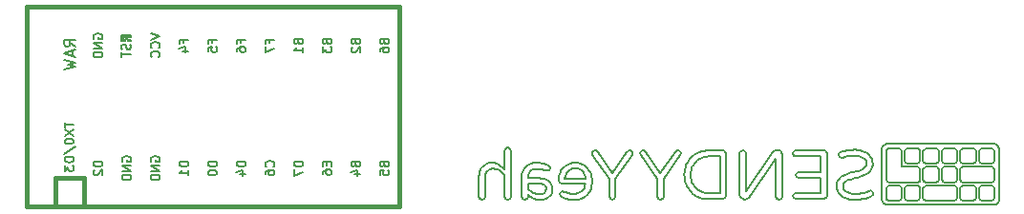
<source format=gbr>
%TF.GenerationSoftware,KiCad,Pcbnew,(5.1.7)-1*%
%TF.CreationDate,2020-11-07T14:05:26+07:00*%
%TF.ProjectId,pix,7069782e-6b69-4636-9164-5f7063625858,rev?*%
%TF.SameCoordinates,Original*%
%TF.FileFunction,Legend,Bot*%
%TF.FilePolarity,Positive*%
%FSLAX46Y46*%
G04 Gerber Fmt 4.6, Leading zero omitted, Abs format (unit mm)*
G04 Created by KiCad (PCBNEW (5.1.7)-1) date 2020-11-07 14:05:26*
%MOMM*%
%LPD*%
G01*
G04 APERTURE LIST*
%ADD10C,0.200000*%
%ADD11C,0.381000*%
%ADD12C,0.150000*%
G04 APERTURE END LIST*
D10*
X106349191Y-55485189D02*
X106537249Y-55414396D01*
X106537249Y-55414396D02*
X106547463Y-55404643D01*
X107792850Y-55516155D02*
X108008218Y-55497748D01*
X108008218Y-55497748D02*
X108211317Y-55442530D01*
X108211317Y-55442530D02*
X108300917Y-55404628D01*
X111572381Y-53105928D02*
X111663703Y-53288418D01*
X111663703Y-53288418D02*
X111713513Y-53485913D01*
X111713513Y-53485913D02*
X111727278Y-53613995D01*
X106150920Y-55404643D02*
X106334621Y-55484874D01*
X106334621Y-55484874D02*
X106349191Y-55485189D01*
X110816473Y-52709388D02*
X111025588Y-52734171D01*
X111025588Y-52734171D02*
X111218819Y-52802422D01*
X111218819Y-52802422D02*
X111231605Y-52808522D01*
X108431032Y-52455367D02*
X108232882Y-52379563D01*
X108232882Y-52379563D02*
X108033426Y-52319443D01*
X108033426Y-52319443D02*
X107832662Y-52275007D01*
X107832662Y-52275007D02*
X107630591Y-52246253D01*
X107630591Y-52246253D02*
X107427214Y-52233184D01*
X107427214Y-52233184D02*
X107359131Y-52232313D01*
X108802789Y-54586762D02*
X108780328Y-54369128D01*
X108780328Y-54369128D02*
X108712948Y-54174729D01*
X108712948Y-54174729D02*
X108600646Y-54003566D01*
X108600646Y-54003566D02*
X108443425Y-53855637D01*
X108282329Y-52913855D02*
X108362875Y-52926259D01*
X106628009Y-53533449D02*
X106644182Y-53321558D01*
X106644182Y-53321558D02*
X106700091Y-53128660D01*
X106700091Y-53128660D02*
X106819896Y-52956286D01*
X106819896Y-52956286D02*
X106832476Y-52944832D01*
X108592128Y-52690815D02*
X108508905Y-52501547D01*
X108508905Y-52501547D02*
X108431032Y-52455367D01*
X107377718Y-53583018D02*
X106628009Y-53583018D01*
X107458268Y-52765152D02*
X107668106Y-52773320D01*
X107668106Y-52773320D02*
X107867925Y-52800040D01*
X107867925Y-52800040D02*
X107879591Y-52802328D01*
X107359131Y-52232313D02*
X107153890Y-52243155D01*
X107153890Y-52243155D02*
X106943361Y-52281275D01*
X106943361Y-52281275D02*
X106754397Y-52346840D01*
X106754397Y-52346840D02*
X106640402Y-52405799D01*
X111727278Y-53613995D02*
X109899473Y-53613995D01*
X106064179Y-55206371D02*
X106140416Y-55394429D01*
X106140416Y-55394429D02*
X106150920Y-55404643D01*
X106206683Y-52858106D02*
X106125550Y-53051389D01*
X106125550Y-53051389D02*
X106078095Y-53256388D01*
X106078095Y-53256388D02*
X106064179Y-53452917D01*
X106640402Y-52405799D02*
X106470255Y-52524515D01*
X106470255Y-52524515D02*
X106319434Y-52678864D01*
X106319434Y-52678864D02*
X106206683Y-52858106D01*
X111231605Y-52808522D02*
X111408316Y-52920158D01*
X111408316Y-52920158D02*
X111546223Y-53068570D01*
X111546223Y-53068570D02*
X111572381Y-53105928D01*
X108523971Y-52858106D02*
X108592128Y-52690815D01*
X108362875Y-52926259D02*
X108523971Y-52858106D01*
X108300917Y-55404628D02*
X108471843Y-55297651D01*
X108471843Y-55297651D02*
X108621612Y-55145848D01*
X108621612Y-55145848D02*
X108666479Y-55082436D01*
X108443425Y-53855637D02*
X108267481Y-53749411D01*
X108267481Y-53749411D02*
X108059516Y-53669276D01*
X108059516Y-53669276D02*
X107855775Y-53621355D01*
X107855775Y-53621355D02*
X107628509Y-53592602D01*
X107628509Y-53592602D02*
X107421150Y-53583284D01*
X107421150Y-53583284D02*
X107377718Y-53583018D01*
X110692556Y-55516166D02*
X110692556Y-55516166D01*
X106832476Y-52944832D02*
X107013417Y-52835339D01*
X107013417Y-52835339D02*
X107213455Y-52782698D01*
X107213455Y-52782698D02*
X107431771Y-52765327D01*
X107431771Y-52765327D02*
X107458268Y-52765152D01*
X106547463Y-55404643D02*
X106627694Y-55220940D01*
X106627694Y-55220940D02*
X106628009Y-55206371D01*
X106628009Y-53583018D02*
X106628009Y-53533449D01*
X107879591Y-52802328D02*
X108082745Y-52852318D01*
X108082745Y-52852318D02*
X108282329Y-52913855D01*
X108666479Y-55082436D02*
X108754734Y-54896014D01*
X108754734Y-54896014D02*
X108797996Y-54689140D01*
X108797996Y-54689140D02*
X108802789Y-54586762D01*
X102290853Y-55206357D02*
X102367093Y-55394414D01*
X102367093Y-55394414D02*
X102377598Y-55404628D01*
X107582185Y-55020478D02*
X107582185Y-55020478D01*
X102377598Y-55404628D02*
X102561296Y-55484860D01*
X102561296Y-55484860D02*
X102575866Y-55485175D01*
X102811314Y-52393395D02*
X102651307Y-52518056D01*
X102651307Y-52518056D02*
X102520586Y-52670540D01*
X102520586Y-52670540D02*
X102427163Y-52833305D01*
X105116209Y-55206357D02*
X105116209Y-51185183D01*
X107792850Y-55516170D02*
X107792850Y-55516170D01*
X104639119Y-50986912D02*
X104552716Y-51170612D01*
X104552716Y-51170612D02*
X104552378Y-51185183D01*
X104552378Y-53347570D02*
X104552378Y-55206357D01*
X106628009Y-55206371D02*
X106628009Y-55045275D01*
X102774138Y-55404628D02*
X102854369Y-55220926D01*
X102854369Y-55220926D02*
X102854684Y-55206357D01*
X102575866Y-55485175D02*
X102763924Y-55414381D01*
X102763924Y-55414381D02*
X102774138Y-55404628D01*
X107055530Y-54890363D02*
X106876330Y-54779417D01*
X106876330Y-54779417D02*
X106719786Y-54651044D01*
X106719786Y-54651044D02*
X106628009Y-54555781D01*
X108090256Y-54884168D02*
X107901470Y-54982007D01*
X107901470Y-54982007D02*
X107687709Y-55017150D01*
X107687709Y-55017150D02*
X107582185Y-55020478D01*
X102854684Y-55206357D02*
X102854684Y-53508666D01*
X102427163Y-52833305D02*
X102349556Y-53031581D01*
X102349556Y-53031581D02*
X102304164Y-53243036D01*
X102304164Y-53243036D02*
X102290853Y-53446704D01*
X105116209Y-51185183D02*
X105045413Y-50997125D01*
X105045413Y-50997125D02*
X105035659Y-50986912D01*
X107582185Y-55020478D02*
X107380333Y-55002180D01*
X107380333Y-55002180D02*
X107183709Y-54947288D01*
X107183709Y-54947288D02*
X107055530Y-54890363D01*
X104837391Y-55485175D02*
X105025445Y-55414381D01*
X105025445Y-55414381D02*
X105035659Y-55404628D01*
X104552378Y-55206357D02*
X104628615Y-55394414D01*
X104628615Y-55394414D02*
X104639119Y-55404628D01*
X106628009Y-54035321D02*
X107303367Y-54035321D01*
X103536240Y-52752759D02*
X103741905Y-52771794D01*
X103741905Y-52771794D02*
X103949566Y-52835981D01*
X103949566Y-52835981D02*
X104093876Y-52913855D01*
X103399930Y-52232298D02*
X103196019Y-52248030D01*
X103196019Y-52248030D02*
X102992684Y-52301676D01*
X102992684Y-52301676D02*
X102811314Y-52393395D01*
X102290853Y-53446704D02*
X102290853Y-55206357D01*
X104837391Y-50900167D02*
X104649332Y-50976407D01*
X104649332Y-50976407D02*
X104639119Y-50986912D01*
X108238959Y-54524800D02*
X108201783Y-54726169D01*
X108201783Y-54726169D02*
X108090256Y-54884168D01*
X106628009Y-55045275D02*
X106777341Y-55180933D01*
X106777341Y-55180933D02*
X106972514Y-55313372D01*
X106972514Y-55313372D02*
X107185113Y-55412701D01*
X107185113Y-55412701D02*
X107415138Y-55478921D01*
X107415138Y-55478921D02*
X107620137Y-55508812D01*
X107620137Y-55508812D02*
X107792850Y-55516170D01*
X104837391Y-55485175D02*
X104837391Y-55485175D01*
X105035659Y-55404628D02*
X105115894Y-55220926D01*
X105115894Y-55220926D02*
X105116209Y-55206357D01*
X106628009Y-54555781D02*
X106628009Y-54035321D01*
X104552378Y-52802328D02*
X104401592Y-52649970D01*
X104401592Y-52649970D02*
X104243546Y-52518184D01*
X104243546Y-52518184D02*
X104061309Y-52396980D01*
X104061309Y-52396980D02*
X104044307Y-52387196D01*
X107303367Y-54035321D02*
X107522646Y-54042969D01*
X107522646Y-54042969D02*
X107755630Y-54074039D01*
X107755630Y-54074039D02*
X107974910Y-54142872D01*
X107974910Y-54142872D02*
X108147592Y-54266676D01*
X108147592Y-54266676D02*
X108235304Y-54465527D01*
X108235304Y-54465527D02*
X108238959Y-54524800D01*
X104639119Y-55404628D02*
X104822820Y-55484860D01*
X104822820Y-55484860D02*
X104837391Y-55485175D01*
X106064179Y-53452917D02*
X106064179Y-55206371D01*
X104093876Y-52913855D02*
X104257076Y-53037784D01*
X104257076Y-53037784D02*
X104414420Y-53188072D01*
X104414420Y-53188072D02*
X104552378Y-53347570D01*
X104552378Y-51185183D02*
X104552378Y-52802328D01*
X104044307Y-52387196D02*
X103845166Y-52299007D01*
X103845166Y-52299007D02*
X103643799Y-52250601D01*
X103643799Y-52250601D02*
X103423068Y-52232449D01*
X103423068Y-52232449D02*
X103399930Y-52232298D01*
X105035659Y-50986912D02*
X104851960Y-50900505D01*
X104851960Y-50900505D02*
X104837391Y-50900167D01*
X102854684Y-53508666D02*
X102871323Y-53290899D01*
X102871323Y-53290899D02*
X102935219Y-53078300D01*
X102935219Y-53078300D02*
X103070332Y-52897444D01*
X103070332Y-52897444D02*
X103270672Y-52788930D01*
X103270672Y-52788930D02*
X103494308Y-52753497D01*
X103494308Y-52753497D02*
X103536240Y-52752759D01*
X128357199Y-51284317D02*
X125971756Y-54729267D01*
X125494669Y-51185183D02*
X125408263Y-51368881D01*
X125408263Y-51368881D02*
X125407925Y-51383452D01*
X128778524Y-51098439D02*
X128697976Y-51098439D01*
X133053723Y-51216161D02*
X132870023Y-51129758D01*
X132870023Y-51129758D02*
X132855453Y-51129420D01*
X125692938Y-51098439D02*
X125504882Y-51174678D01*
X125504882Y-51174678D02*
X125494669Y-51185183D01*
X125891210Y-51185183D02*
X125707508Y-51098777D01*
X125707508Y-51098777D02*
X125692938Y-51098439D01*
X125971756Y-51383452D02*
X125900963Y-51195396D01*
X125900963Y-51195396D02*
X125891210Y-51185183D01*
X130184996Y-51209966D02*
X130104449Y-51395845D01*
X130184996Y-51581723D02*
X130370875Y-51656075D01*
X128697976Y-51098439D02*
X128503051Y-51150898D01*
X128503051Y-51150898D02*
X128357199Y-51284317D01*
X129181261Y-55206357D02*
X129181261Y-51507372D01*
X130184996Y-55379842D02*
X130370875Y-55454194D01*
X129063538Y-51222359D02*
X128887679Y-51113081D01*
X128887679Y-51113081D02*
X128778524Y-51098439D01*
X129181261Y-51507372D02*
X129130561Y-51309150D01*
X129130561Y-51309150D02*
X129063538Y-51222359D01*
X130370875Y-55454194D02*
X132855453Y-55454194D01*
X129100713Y-55404628D02*
X129180946Y-55220926D01*
X129180946Y-55220926D02*
X129181261Y-55206357D01*
X128902443Y-55485175D02*
X129090499Y-55414381D01*
X129090499Y-55414381D02*
X129100713Y-55404628D01*
X132570439Y-53552037D02*
X132570439Y-54927539D01*
X130370875Y-54927539D02*
X130184996Y-55008085D01*
X132570439Y-53025382D02*
X130593929Y-53025382D01*
X130104449Y-55193963D02*
X130184996Y-55379842D01*
X130327503Y-53291807D02*
X130408051Y-53477685D01*
X130370875Y-51129420D02*
X130184996Y-51209966D01*
X133053723Y-55373647D02*
X133133956Y-55189946D01*
X133133956Y-55189946D02*
X133134271Y-55175376D01*
X139470156Y-54212732D02*
X139470156Y-54212732D01*
X134757606Y-55361258D02*
X134968570Y-55436136D01*
X134968570Y-55436136D02*
X135170907Y-55482123D01*
X135170907Y-55482123D02*
X135387184Y-55508746D01*
X135387184Y-55508746D02*
X135587863Y-55516159D01*
X134001699Y-54307948D02*
X134021061Y-54518149D01*
X134021061Y-54518149D02*
X134079148Y-54715039D01*
X134079148Y-54715039D02*
X134175960Y-54898618D01*
X134175960Y-54898618D02*
X134199970Y-54933737D01*
X132855453Y-51129420D02*
X130370875Y-51129420D01*
X130408051Y-53105928D02*
X130327503Y-53291807D01*
X132570439Y-54927539D02*
X130370875Y-54927539D01*
X130408051Y-53477685D02*
X130593929Y-53552037D01*
X133134271Y-55175376D02*
X133134271Y-51414433D01*
X133134271Y-51414433D02*
X133063476Y-51226374D01*
X133063476Y-51226374D02*
X133053723Y-51216161D01*
X132855453Y-55454194D02*
X133043509Y-55383400D01*
X133043509Y-55383400D02*
X133053723Y-55373647D01*
X130593929Y-53552037D02*
X132570439Y-53552037D01*
X130370875Y-51656075D02*
X132570439Y-51656075D01*
X130184996Y-55008085D02*
X130104449Y-55193963D01*
X130593929Y-53025382D02*
X130408051Y-53105928D01*
X130104449Y-51395845D02*
X130184996Y-51581723D01*
X134199970Y-54933737D02*
X134339620Y-55092630D01*
X134339620Y-55092630D02*
X134510735Y-55228529D01*
X134510735Y-55228529D02*
X134691640Y-55331180D01*
X134691640Y-55331180D02*
X134757606Y-55361258D01*
X135587863Y-55516159D02*
X135587863Y-55516159D01*
X125407925Y-51383452D02*
X125407925Y-55082436D01*
X125531844Y-55367453D02*
X125707703Y-55471264D01*
X125707703Y-55471264D02*
X125816859Y-55485175D01*
X125407925Y-55082436D02*
X125461292Y-55280659D01*
X125461292Y-55280659D02*
X125531844Y-55367453D01*
X132570439Y-51656075D02*
X132570439Y-53025382D01*
X125971756Y-54729267D02*
X125971756Y-51383452D01*
X110642988Y-54989497D02*
X110442799Y-54981316D01*
X110442799Y-54981316D02*
X110239767Y-54951548D01*
X110239767Y-54951548D02*
X110190684Y-54939932D01*
X113827703Y-53626388D02*
X113827703Y-55206357D01*
X110023393Y-52449158D02*
X109847933Y-52579417D01*
X109847933Y-52579417D02*
X109697959Y-52733202D01*
X109697959Y-52733202D02*
X109573471Y-52910512D01*
X109573471Y-52910512D02*
X109515323Y-53019183D01*
X113908253Y-55404628D02*
X114091951Y-55484860D01*
X114091951Y-55484860D02*
X114106521Y-55485175D01*
X110190684Y-54939932D02*
X109995510Y-54879520D01*
X109995510Y-54879520D02*
X109806534Y-54797424D01*
X111875981Y-55088635D02*
X112019166Y-54913791D01*
X112019166Y-54913791D02*
X112132726Y-54714552D01*
X112132726Y-54714552D02*
X112216662Y-54490916D01*
X112216662Y-54490916D02*
X112263979Y-54285917D01*
X112263979Y-54285917D02*
X112290723Y-54063976D01*
X112290723Y-54063976D02*
X112297307Y-53874225D01*
X111405090Y-54747855D02*
X111234585Y-54864664D01*
X111234585Y-54864664D02*
X111029774Y-54943245D01*
X111029774Y-54943245D02*
X110818918Y-54981001D01*
X110818918Y-54981001D02*
X110642988Y-54989497D01*
X109422383Y-53991951D02*
X109610803Y-54072182D01*
X109610803Y-54072182D02*
X109626850Y-54072497D01*
X110816473Y-52232298D02*
X110594968Y-52245851D01*
X110594968Y-52245851D02*
X110388954Y-52286513D01*
X110388954Y-52286513D02*
X110198428Y-52354281D01*
X110198428Y-52354281D02*
X110023393Y-52449158D01*
X109608262Y-55243543D02*
X109788622Y-55336191D01*
X109788622Y-55336191D02*
X109982047Y-55414930D01*
X109982047Y-55414930D02*
X110085352Y-55448010D01*
X109695007Y-54772652D02*
X109521521Y-54840805D01*
X110692556Y-55516155D02*
X110920758Y-55505717D01*
X110920758Y-55505717D02*
X111132927Y-55474405D01*
X111132927Y-55474405D02*
X111329061Y-55422217D01*
X111329061Y-55422217D02*
X111543257Y-55332037D01*
X111543257Y-55332037D02*
X111734363Y-55211797D01*
X111734363Y-55211797D02*
X111875981Y-55088635D01*
X109341837Y-53793679D02*
X109412629Y-53981737D01*
X109412629Y-53981737D02*
X109422383Y-53991951D01*
X112297307Y-53874225D02*
X112287238Y-53658529D01*
X112287238Y-53658529D02*
X112257033Y-53451353D01*
X112257033Y-53451353D02*
X112206690Y-53252696D01*
X112206690Y-53252696D02*
X112136211Y-53062558D01*
X114106521Y-55485175D02*
X114106521Y-55485175D01*
X110401345Y-52808522D02*
X110594393Y-52737366D01*
X110594393Y-52737366D02*
X110803312Y-52709484D01*
X110803312Y-52709484D02*
X110816473Y-52709388D01*
X110060569Y-53105928D02*
X110192885Y-52948366D01*
X110192885Y-52948366D02*
X110363606Y-52826928D01*
X110363606Y-52826928D02*
X110401345Y-52808522D01*
X111727278Y-54072497D02*
X111688554Y-54277350D01*
X111688554Y-54277350D02*
X111611662Y-54479111D01*
X111611662Y-54479111D02*
X111499481Y-54650486D01*
X111499481Y-54650486D02*
X111405090Y-54747855D01*
X109899473Y-53613995D02*
X109930840Y-53400235D01*
X109930840Y-53400235D02*
X110004151Y-53200125D01*
X110004151Y-53200125D02*
X110060569Y-53105928D01*
X112340674Y-51550742D02*
X113827703Y-53626388D01*
X109626850Y-54072497D02*
X111727278Y-54072497D01*
X111640538Y-52461548D02*
X111463565Y-52361251D01*
X111463565Y-52361251D02*
X111267230Y-52289610D01*
X111267230Y-52289610D02*
X111051533Y-52246626D01*
X111051533Y-52246626D02*
X110846914Y-52232521D01*
X110846914Y-52232521D02*
X110816473Y-52232298D01*
X109515323Y-53019183D02*
X109431460Y-53223232D01*
X109431460Y-53223232D02*
X109375043Y-53438064D01*
X109375043Y-53438064D02*
X109347936Y-53638077D01*
X109347936Y-53638077D02*
X109341837Y-53793679D01*
X112136211Y-53062558D02*
X112031873Y-52864716D01*
X112031873Y-52864716D02*
X111900089Y-52689420D01*
X111900089Y-52689420D02*
X111740858Y-52536668D01*
X111740858Y-52536668D02*
X111640538Y-52461548D01*
X110085352Y-55448010D02*
X110281105Y-55489542D01*
X110281105Y-55489542D02*
X110494225Y-55510774D01*
X110494225Y-55510774D02*
X110692556Y-55516166D01*
X109447170Y-55014294D02*
X109537784Y-55194362D01*
X109537784Y-55194362D02*
X109608262Y-55243543D01*
X109521521Y-54840805D02*
X109447170Y-55014294D01*
X109806534Y-54797424D02*
X109695007Y-54772652D01*
X120742374Y-54332727D02*
X120844027Y-54512289D01*
X120844027Y-54512289D02*
X120963105Y-54679217D01*
X120963105Y-54679217D02*
X121099610Y-54833511D01*
X121099610Y-54833511D02*
X121253540Y-54975171D01*
X121253540Y-54975171D02*
X121424896Y-55104196D01*
X121424896Y-55104196D02*
X121485888Y-55144398D01*
X124205913Y-51414433D02*
X124135119Y-51226374D01*
X124135119Y-51226374D02*
X124125366Y-51216161D01*
X114106521Y-55485175D02*
X114300024Y-55414381D01*
X114300024Y-55414381D02*
X114310988Y-55404628D01*
X116634467Y-51185183D02*
X116559812Y-51376130D01*
X116559812Y-51376130D02*
X116560115Y-51383452D01*
X121485888Y-51445414D02*
X121308723Y-51568122D01*
X121308723Y-51568122D02*
X121148984Y-51703899D01*
X121148984Y-51703899D02*
X121006671Y-51852747D01*
X121006671Y-51852747D02*
X120881783Y-52014665D01*
X120881783Y-52014665D02*
X120774322Y-52189652D01*
X120774322Y-52189652D02*
X120742374Y-52250886D01*
X126077089Y-55441804D02*
X126219595Y-55317884D01*
X113827703Y-55206357D02*
X113898498Y-55394414D01*
X113898498Y-55394414D02*
X113908253Y-55404628D01*
X112365460Y-51185183D02*
X112290806Y-51376130D01*
X112290806Y-51376130D02*
X112291109Y-51383452D01*
X114106521Y-53124516D02*
X112811569Y-51240947D01*
X115401477Y-51240947D02*
X114106521Y-53124516D01*
X112291109Y-51383452D02*
X112340674Y-51550742D01*
X114391538Y-53626388D02*
X115872368Y-51550742D01*
X118096710Y-55206357D02*
X118167505Y-55394414D01*
X118167505Y-55394414D02*
X118177260Y-55404628D01*
X115649314Y-51098439D02*
X115458656Y-51172059D01*
X115458656Y-51172059D02*
X115401477Y-51240947D01*
X125891210Y-55485175D02*
X126077089Y-55441804D01*
X123642080Y-51656075D02*
X123642080Y-54927539D01*
X114310988Y-55404628D02*
X114391223Y-55220926D01*
X114391223Y-55220926D02*
X114391538Y-55206357D01*
X118660544Y-55206357D02*
X118660544Y-53626388D01*
X118579994Y-55404628D02*
X118660229Y-55220926D01*
X118660229Y-55220926D02*
X118660544Y-55206357D01*
X123642080Y-54927539D02*
X122749863Y-54927539D01*
X115921937Y-51383452D02*
X115852160Y-51190253D01*
X115852160Y-51190253D02*
X115847586Y-51185183D01*
X122749863Y-54927539D02*
X122533513Y-54917754D01*
X122533513Y-54917754D02*
X122329022Y-54888402D01*
X122329022Y-54888402D02*
X122109840Y-54830896D01*
X122109840Y-54830896D02*
X121906147Y-54747831D01*
X121906147Y-54747831D02*
X121857645Y-54723072D01*
X125816859Y-55485175D02*
X125891210Y-55485175D01*
X118660544Y-53626388D02*
X120141375Y-51550742D01*
X121262834Y-52442960D02*
X121379008Y-52267537D01*
X121379008Y-52267537D02*
X121516869Y-52113025D01*
X121516869Y-52113025D02*
X121676414Y-51979424D01*
X121676414Y-51979424D02*
X121857645Y-51866736D01*
X118375528Y-55485175D02*
X118375528Y-55485175D01*
X128902443Y-55485175D02*
X128902443Y-55485175D01*
X117080576Y-51240947D02*
X116923497Y-51112355D01*
X116923497Y-51112355D02*
X116832735Y-51098439D01*
X120141375Y-51550742D02*
X120190943Y-51383452D01*
X121857645Y-51866736D02*
X122057465Y-51774571D01*
X122057465Y-51774571D02*
X122272775Y-51708740D01*
X122272775Y-51708740D02*
X122473877Y-51672738D01*
X122473877Y-51672738D02*
X122686838Y-51656897D01*
X122686838Y-51656897D02*
X122749863Y-51656075D01*
X119918320Y-51098439D02*
X119727662Y-51172059D01*
X119727662Y-51172059D02*
X119670483Y-51240947D01*
X120190943Y-51383452D02*
X120121166Y-51190253D01*
X120121166Y-51190253D02*
X120116592Y-51185183D01*
X124125366Y-51216161D02*
X123941666Y-51129758D01*
X123941666Y-51129758D02*
X123927097Y-51129420D01*
X123927097Y-51129420D02*
X122681710Y-51129420D01*
X124125366Y-55373647D02*
X124205598Y-55189946D01*
X124205598Y-55189946D02*
X124205913Y-55175376D01*
X124205913Y-55175376D02*
X124205913Y-51414433D01*
X119670483Y-51240947D02*
X118375528Y-53124516D01*
X112563729Y-51098439D02*
X112375673Y-51174678D01*
X112375673Y-51174678D02*
X112365460Y-51185183D01*
X122681710Y-51129420D02*
X122466273Y-51137134D01*
X122466273Y-51137134D02*
X122261425Y-51160278D01*
X122261425Y-51160278D02*
X122029584Y-51208418D01*
X122029584Y-51208418D02*
X121812992Y-51278776D01*
X121812992Y-51278776D02*
X121611647Y-51371352D01*
X121611647Y-51371352D02*
X121485888Y-51445414D01*
X123927097Y-55454194D02*
X124115152Y-55383400D01*
X124115152Y-55383400D02*
X124125366Y-55373647D01*
X128617429Y-55206357D02*
X128693667Y-55394414D01*
X128693667Y-55394414D02*
X128704172Y-55404628D01*
X112811569Y-51240947D02*
X112654491Y-51112355D01*
X112654491Y-51112355D02*
X112563729Y-51098439D01*
X114391538Y-55206357D02*
X114391538Y-53626388D01*
X115847586Y-51185183D02*
X115663884Y-51098777D01*
X115663884Y-51098777D02*
X115649314Y-51098439D01*
X118375528Y-53124516D02*
X117080576Y-51240947D01*
X115872368Y-51550742D02*
X115921937Y-51383452D01*
X120742374Y-52250886D02*
X120658148Y-52438507D01*
X120658148Y-52438507D02*
X120591348Y-52629614D01*
X120591348Y-52629614D02*
X120541974Y-52824206D01*
X120541974Y-52824206D02*
X120510026Y-53022283D01*
X120510026Y-53022283D02*
X120495505Y-53223845D01*
X120495505Y-53223845D02*
X120494537Y-53291807D01*
X118096710Y-53626388D02*
X118096710Y-55206357D01*
X116560115Y-51383452D02*
X116609681Y-51550742D01*
X120116592Y-51185183D02*
X119932890Y-51098777D01*
X119932890Y-51098777D02*
X119918320Y-51098439D01*
X121485888Y-55144398D02*
X121677067Y-55249679D01*
X121677067Y-55249679D02*
X121883495Y-55333179D01*
X121883495Y-55333179D02*
X122105170Y-55394896D01*
X122105170Y-55394896D02*
X122342093Y-55434831D01*
X122342093Y-55434831D02*
X122551177Y-55451471D01*
X122551177Y-55451471D02*
X122681710Y-55454194D01*
X128704172Y-55404628D02*
X128887872Y-55484860D01*
X128887872Y-55484860D02*
X128902443Y-55485175D01*
X116609681Y-51550742D02*
X118096710Y-53626388D01*
X128617429Y-51854346D02*
X128617429Y-55206357D01*
X122681710Y-55454194D02*
X123927097Y-55454194D01*
X122749863Y-51656075D02*
X123642080Y-51656075D01*
X121857645Y-54723072D02*
X121676414Y-54608060D01*
X121676414Y-54608060D02*
X121516869Y-54473685D01*
X121516869Y-54473685D02*
X121379008Y-54319948D01*
X121379008Y-54319948D02*
X121262834Y-54146848D01*
X116832735Y-51098439D02*
X116644680Y-51174678D01*
X116644680Y-51174678D02*
X116634467Y-51185183D01*
X126219595Y-55317884D02*
X128617429Y-51854346D01*
X118177260Y-55404628D02*
X118360957Y-55484860D01*
X118360957Y-55484860D02*
X118375528Y-55485175D01*
X121262834Y-54146848D02*
X121170669Y-53953999D01*
X121170669Y-53953999D02*
X121104838Y-53747209D01*
X121104838Y-53747209D02*
X121065339Y-53526478D01*
X121065339Y-53526478D02*
X121052378Y-53321903D01*
X121052378Y-53321903D02*
X121052173Y-53291807D01*
X121052173Y-53291807D02*
X121062253Y-53086003D01*
X121062253Y-53086003D02*
X121098460Y-52864594D01*
X121098460Y-52864594D02*
X121161000Y-52657900D01*
X121161000Y-52657900D02*
X121249873Y-52465922D01*
X121249873Y-52465922D02*
X121262834Y-52442960D01*
X120494537Y-53291807D02*
X120503249Y-53494530D01*
X120503249Y-53494530D02*
X120529388Y-53693768D01*
X120529388Y-53693768D02*
X120572954Y-53889521D01*
X120572954Y-53889521D02*
X120633945Y-54081790D01*
X120633945Y-54081790D02*
X120712362Y-54270573D01*
X120712362Y-54270573D02*
X120742374Y-54332727D01*
X118375528Y-55485175D02*
X118569030Y-55414381D01*
X118569030Y-55414381D02*
X118579994Y-55404628D01*
X136628784Y-52294260D02*
X136593157Y-52497178D01*
X136593157Y-52497178D02*
X136486277Y-52659823D01*
X135519708Y-53037775D02*
X135314751Y-53089279D01*
X135314751Y-53089279D02*
X135103024Y-53148141D01*
X135103024Y-53148141D02*
X134893529Y-53214361D01*
X134893529Y-53214361D02*
X134732822Y-53273222D01*
X136120716Y-52876683D02*
X135913919Y-52939137D01*
X135913919Y-52939137D02*
X135720054Y-52989963D01*
X135720054Y-52989963D02*
X135519708Y-53037775D01*
X136486277Y-52659823D02*
X136320535Y-52782192D01*
X136320535Y-52782192D02*
X136134203Y-52871594D01*
X136134203Y-52871594D02*
X136120716Y-52876683D01*
X136325182Y-51773800D02*
X136485284Y-51904495D01*
X136485284Y-51904495D02*
X136592909Y-52081806D01*
X136592909Y-52081806D02*
X136628784Y-52294260D01*
X135525904Y-51587922D02*
X135731453Y-51596816D01*
X135731453Y-51596816D02*
X135945310Y-51628764D01*
X135945310Y-51628764D02*
X136159052Y-51692478D01*
X136159052Y-51692478D02*
X136325182Y-51773800D01*
X139763515Y-51213716D02*
X139763515Y-52566620D01*
X138662658Y-53961126D02*
X138465008Y-53885022D01*
X138465008Y-53885022D02*
X138370519Y-53697587D01*
X138370519Y-53697587D02*
X138369009Y-53667478D01*
X141116422Y-53961126D02*
X139469864Y-53961126D01*
X141410071Y-53667478D02*
X141333968Y-53865125D01*
X141333968Y-53865125D02*
X141146531Y-53959615D01*
X141146531Y-53959615D02*
X141116422Y-53961126D01*
X141410071Y-52860271D02*
X141410071Y-53667478D01*
X147702644Y-52566645D02*
X147702644Y-52566645D01*
X144409811Y-52566140D02*
X143602106Y-52566140D01*
X143308213Y-52860033D02*
X143308213Y-53667738D01*
X147702644Y-53961119D02*
X147900306Y-53885002D01*
X147900306Y-53885002D02*
X147994812Y-53697548D01*
X147994812Y-53697548D02*
X147996323Y-53667438D01*
X143057142Y-52860033D02*
X142980970Y-52662225D01*
X142980970Y-52662225D02*
X142793380Y-52567651D01*
X142793380Y-52567651D02*
X142763249Y-52566140D01*
X141661650Y-52860033D02*
X141661650Y-53667738D01*
X147996830Y-54506596D02*
X147920658Y-54308788D01*
X147920658Y-54308788D02*
X147733068Y-54214214D01*
X147733068Y-54214214D02*
X147702937Y-54212703D01*
X144703705Y-52860033D02*
X144627533Y-52662225D01*
X144627533Y-52662225D02*
X144439942Y-52567651D01*
X144439942Y-52567651D02*
X144409811Y-52566140D01*
X147702937Y-54212703D02*
X147702937Y-54212703D01*
X147996830Y-55314301D02*
X147996830Y-54506596D01*
X146895232Y-55608194D02*
X147702937Y-55608194D01*
X141116422Y-52566620D02*
X141314070Y-52642723D01*
X141314070Y-52642723D02*
X141408560Y-52830161D01*
X141408560Y-52830161D02*
X141410071Y-52860271D01*
X144409811Y-52566140D02*
X144409811Y-52566140D01*
X145248965Y-53961119D02*
X147702644Y-53961119D01*
X142763249Y-52566140D02*
X142763249Y-52566140D01*
X147702644Y-52566645D02*
X145248965Y-52566645D01*
X142763249Y-53961631D02*
X142961056Y-53885459D01*
X142961056Y-53885459D02*
X143055630Y-53697869D01*
X143055630Y-53697869D02*
X143057142Y-53667738D01*
X144955287Y-52860322D02*
X144955287Y-53667438D01*
X141661650Y-53667738D02*
X141737822Y-53865544D01*
X141737822Y-53865544D02*
X141925412Y-53960119D01*
X141925412Y-53960119D02*
X141955544Y-53961631D01*
X142763249Y-52566140D02*
X141955544Y-52566140D01*
X143602106Y-53961631D02*
X144409811Y-53961631D01*
X139469864Y-50920064D02*
X139667514Y-50996167D01*
X139667514Y-50996167D02*
X139762004Y-51183606D01*
X139762004Y-51183606D02*
X139763515Y-51213716D01*
X141955544Y-53961631D02*
X142763249Y-53961631D01*
X147996323Y-52860322D02*
X147920206Y-52662659D01*
X147920206Y-52662659D02*
X147732753Y-52568155D01*
X147732753Y-52568155D02*
X147702644Y-52566645D01*
X141955544Y-52566140D02*
X141757736Y-52642310D01*
X141757736Y-52642310D02*
X141663161Y-52829900D01*
X141663161Y-52829900D02*
X141661650Y-52860033D01*
X144703705Y-53667738D02*
X144703705Y-52860033D01*
X147996323Y-53667438D02*
X147996323Y-52860322D01*
X143602106Y-52566140D02*
X143404298Y-52642310D01*
X143404298Y-52642310D02*
X143309724Y-52829900D01*
X143309724Y-52829900D02*
X143308213Y-52860033D01*
X145248965Y-52566645D02*
X145051302Y-52642760D01*
X145051302Y-52642760D02*
X144956797Y-52830212D01*
X144956797Y-52830212D02*
X144955287Y-52860322D01*
X144409811Y-53961631D02*
X144607618Y-53885459D01*
X144607618Y-53885459D02*
X144702193Y-53697869D01*
X144702193Y-53697869D02*
X144703705Y-53667738D01*
X143057142Y-53667738D02*
X143057142Y-52860033D01*
X138662658Y-50920064D02*
X139469864Y-50920064D01*
X138369009Y-52860271D02*
X138369009Y-51213716D01*
X144955287Y-53667438D02*
X145031402Y-53865102D01*
X145031402Y-53865102D02*
X145218855Y-53959608D01*
X145218855Y-53959608D02*
X145248965Y-53961119D01*
X138369009Y-53667478D02*
X138369009Y-52860271D01*
X138369009Y-51213716D02*
X138445111Y-51016064D01*
X138445111Y-51016064D02*
X138632548Y-50921574D01*
X138632548Y-50921574D02*
X138662658Y-50920064D01*
X139469864Y-53961126D02*
X138662658Y-53961126D01*
X139763515Y-52566620D02*
X141116422Y-52566620D01*
X143308213Y-53667738D02*
X143384384Y-53865544D01*
X143384384Y-53865544D02*
X143571974Y-53960119D01*
X143571974Y-53960119D02*
X143602106Y-53961631D01*
X143057142Y-52021176D02*
X143057142Y-51213471D01*
X142763249Y-52315069D02*
X142961056Y-52238896D01*
X142961056Y-52238896D02*
X143055630Y-52051307D01*
X143055630Y-52051307D02*
X143057142Y-52021176D01*
X143057142Y-51213471D02*
X142980970Y-51015662D01*
X142980970Y-51015662D02*
X142793380Y-50921089D01*
X142793380Y-50921089D02*
X142763249Y-50919578D01*
X141661650Y-52021176D02*
X141737822Y-52218982D01*
X141737822Y-52218982D02*
X141925412Y-52313557D01*
X141925412Y-52313557D02*
X141955544Y-52315069D01*
X141955544Y-50919578D02*
X141757736Y-50995748D01*
X141757736Y-50995748D02*
X141663161Y-51183338D01*
X141663161Y-51183338D02*
X141661650Y-51213471D01*
X141116686Y-50919578D02*
X141116686Y-50919578D01*
X140308981Y-52315069D02*
X141116686Y-52315069D01*
X141116686Y-52315069D02*
X141314493Y-52238896D01*
X141314493Y-52238896D02*
X141409067Y-52051307D01*
X141409067Y-52051307D02*
X141410579Y-52021176D01*
X140015088Y-51213471D02*
X140015088Y-52021176D01*
X140308981Y-50919578D02*
X140111173Y-50995748D01*
X140111173Y-50995748D02*
X140016599Y-51183338D01*
X140016599Y-51183338D02*
X140015088Y-51213471D01*
X142763249Y-50919578D02*
X142763249Y-50919578D01*
X141955544Y-52315069D02*
X142763249Y-52315069D01*
X141661650Y-51213471D02*
X141661650Y-52021176D01*
X141955838Y-54213208D02*
X141758175Y-54289322D01*
X141758175Y-54289322D02*
X141663670Y-54476774D01*
X141663670Y-54476774D02*
X141662160Y-54506885D01*
X141410579Y-52021176D02*
X141410579Y-51213471D01*
X141410579Y-51213471D02*
X141334407Y-51015662D01*
X141334407Y-51015662D02*
X141146817Y-50921089D01*
X141146817Y-50921089D02*
X141116686Y-50919578D01*
X140015088Y-52021176D02*
X140091259Y-52218982D01*
X140091259Y-52218982D02*
X140278849Y-52313557D01*
X140278849Y-52313557D02*
X140308981Y-52315069D01*
X141116686Y-50919578D02*
X140308981Y-50919578D01*
X142763249Y-50919578D02*
X141955544Y-50919578D01*
X136969561Y-52981997D02*
X137087187Y-52815238D01*
X137087187Y-52815238D02*
X137161248Y-52617017D01*
X137161248Y-52617017D02*
X137190655Y-52411716D01*
X137190655Y-52411716D02*
X137192616Y-52337620D01*
X134354869Y-51271913D02*
X134201881Y-51406604D01*
X134201881Y-51406604D02*
X134181382Y-51519754D01*
X136461493Y-51240936D02*
X136269805Y-51165034D01*
X136269805Y-51165034D02*
X136060304Y-51110819D01*
X136060304Y-51110819D02*
X135862379Y-51081170D01*
X135862379Y-51081170D02*
X135650815Y-51068124D01*
X135650815Y-51068124D02*
X135587863Y-51067447D01*
X135625039Y-53595396D02*
X135835417Y-53539063D01*
X135835417Y-53539063D02*
X136053340Y-53476136D01*
X136053340Y-53476136D02*
X136247254Y-53414758D01*
X136247254Y-53414758D02*
X136436709Y-53347559D01*
X137006737Y-51699434D02*
X136873620Y-51529530D01*
X136873620Y-51529530D02*
X136706620Y-51383829D01*
X136706620Y-51383829D02*
X136527349Y-51273392D01*
X136527349Y-51273392D02*
X136461493Y-51240936D01*
X134528355Y-51755212D02*
X134741274Y-51690027D01*
X134741274Y-51690027D02*
X134957158Y-51640853D01*
X134957158Y-51640853D02*
X135176007Y-51607689D01*
X135176007Y-51607689D02*
X135397821Y-51590535D01*
X135397821Y-51590535D02*
X135525904Y-51587922D01*
X134429220Y-51779984D02*
X134528355Y-51755212D01*
X136436709Y-53347559D02*
X136621861Y-53258612D01*
X136621861Y-53258612D02*
X136790071Y-53146674D01*
X136790071Y-53146674D02*
X136941340Y-53011742D01*
X136941340Y-53011742D02*
X136969561Y-52981997D01*
X134249537Y-51699434D02*
X134429220Y-51779984D01*
X137192616Y-52337620D02*
X137174463Y-52123544D01*
X137174463Y-52123544D02*
X137120006Y-51922780D01*
X137120006Y-51922780D02*
X137029245Y-51735327D01*
X137029245Y-51735327D02*
X137006737Y-51699434D01*
X134181382Y-51519754D02*
X134249537Y-51699434D01*
X135587863Y-51067447D02*
X135378054Y-51072438D01*
X135378054Y-51072438D02*
X135174598Y-51087414D01*
X135174598Y-51087414D02*
X134938837Y-51118563D01*
X134938837Y-51118563D02*
X134712225Y-51164088D01*
X134712225Y-51164088D02*
X134494761Y-51223991D01*
X134494761Y-51223991D02*
X134354869Y-51271913D01*
X137999669Y-51013940D02*
X137999669Y-55513824D01*
X147902464Y-50550718D02*
X138462892Y-50550718D01*
X137999669Y-55513824D02*
X138045212Y-55714997D01*
X138045212Y-55714997D02*
X138185396Y-55885256D01*
X138185396Y-55885256D02*
X138369308Y-55967671D01*
X138369308Y-55967671D02*
X138462892Y-55977050D01*
X147702937Y-55608194D02*
X147900744Y-55532022D01*
X147900744Y-55532022D02*
X147995318Y-55344432D01*
X147995318Y-55344432D02*
X147996830Y-55314301D01*
X146601338Y-54506596D02*
X146601338Y-55314301D01*
X138462892Y-50550718D02*
X138261719Y-50596261D01*
X138261719Y-50596261D02*
X138091461Y-50736445D01*
X138091461Y-50736445D02*
X138009047Y-50920356D01*
X138009047Y-50920356D02*
X137999669Y-51013940D01*
X146601338Y-55314301D02*
X146677509Y-55512107D01*
X146677509Y-55512107D02*
X146865100Y-55606682D01*
X146865100Y-55606682D02*
X146895232Y-55608194D01*
X147702937Y-54212703D02*
X146895232Y-54212703D01*
X146895232Y-54212703D02*
X146697424Y-54288873D01*
X146697424Y-54288873D02*
X146602849Y-54476463D01*
X146602849Y-54476463D02*
X146601338Y-54506596D01*
X147902464Y-50550718D02*
X147902464Y-50550718D01*
X148365687Y-55513824D02*
X148365687Y-51013940D01*
X148365687Y-51013940D02*
X148320143Y-50812767D01*
X148320143Y-50812767D02*
X148179959Y-50642509D01*
X148179959Y-50642509D02*
X147996047Y-50560096D01*
X147996047Y-50560096D02*
X147902464Y-50550718D01*
X138462892Y-55977050D02*
X147902464Y-55977050D01*
X147902464Y-55977050D02*
X148103636Y-55931506D01*
X148103636Y-55931506D02*
X148273894Y-55791320D01*
X148273894Y-55791320D02*
X148356308Y-55607407D01*
X148356308Y-55607407D02*
X148365687Y-55513824D01*
X147702937Y-50919578D02*
X147702937Y-50919578D01*
X146895232Y-50919578D02*
X146697424Y-50995748D01*
X146697424Y-50995748D02*
X146602849Y-51183338D01*
X146602849Y-51183338D02*
X146601338Y-51213471D01*
X144703705Y-52021176D02*
X144703705Y-51213471D01*
X143602106Y-52315069D02*
X144409811Y-52315069D01*
X144409811Y-52315069D02*
X144607618Y-52238896D01*
X144607618Y-52238896D02*
X144702193Y-52051307D01*
X144702193Y-52051307D02*
X144703705Y-52021176D01*
X146601338Y-52021176D02*
X146677509Y-52218982D01*
X146677509Y-52218982D02*
X146865100Y-52313557D01*
X146865100Y-52313557D02*
X146895232Y-52315069D01*
X143602106Y-50919578D02*
X143404298Y-50995748D01*
X143404298Y-50995748D02*
X143309724Y-51183338D01*
X143309724Y-51183338D02*
X143308213Y-51213471D01*
X145248669Y-50919578D02*
X145050861Y-50995748D01*
X145050861Y-50995748D02*
X144956287Y-51183338D01*
X144956287Y-51183338D02*
X144954776Y-51213471D01*
X146056374Y-50919578D02*
X145248669Y-50919578D01*
X146895232Y-52315069D02*
X147702937Y-52315069D01*
X146350267Y-51213471D02*
X146274095Y-51015662D01*
X146274095Y-51015662D02*
X146086505Y-50921089D01*
X146086505Y-50921089D02*
X146056374Y-50919578D01*
X144954776Y-52021176D02*
X145030947Y-52218982D01*
X145030947Y-52218982D02*
X145218537Y-52313557D01*
X145218537Y-52313557D02*
X145248669Y-52315069D01*
X145248669Y-52315069D02*
X146056374Y-52315069D01*
X147702937Y-52315069D02*
X147900744Y-52238896D01*
X147900744Y-52238896D02*
X147995318Y-52051307D01*
X147995318Y-52051307D02*
X147996830Y-52021176D01*
X146601338Y-51213471D02*
X146601338Y-52021176D01*
X143308213Y-51213471D02*
X143308213Y-52021176D01*
X144409811Y-50919578D02*
X144409811Y-50919578D01*
X144703705Y-51213471D02*
X144627533Y-51015662D01*
X144627533Y-51015662D02*
X144439942Y-50921089D01*
X144439942Y-50921089D02*
X144409811Y-50919578D01*
X143308213Y-52021176D02*
X143384384Y-52218982D01*
X143384384Y-52218982D02*
X143571974Y-52313557D01*
X143571974Y-52313557D02*
X143602106Y-52315069D01*
X147996830Y-52021176D02*
X147996830Y-51213471D01*
X147996830Y-51213471D02*
X147920658Y-51015662D01*
X147920658Y-51015662D02*
X147733068Y-50921089D01*
X147733068Y-50921089D02*
X147702937Y-50919578D01*
X144409811Y-50919578D02*
X143602106Y-50919578D01*
X146056374Y-50919578D02*
X146056374Y-50919578D01*
X146350267Y-52021176D02*
X146350267Y-51213471D01*
X146056374Y-52315069D02*
X146254181Y-52238896D01*
X146254181Y-52238896D02*
X146348755Y-52051307D01*
X146348755Y-52051307D02*
X146350267Y-52021176D01*
X144954776Y-51213471D02*
X144954776Y-52021176D01*
X147702937Y-50919578D02*
X146895232Y-50919578D01*
X134732822Y-53273222D02*
X134552147Y-53359505D01*
X134552147Y-53359505D02*
X134374370Y-53483770D01*
X134374370Y-53483770D02*
X134218558Y-53638785D01*
X144409518Y-54213208D02*
X144409518Y-54213208D01*
X144409518Y-55607682D02*
X144607180Y-55531565D01*
X144607180Y-55531565D02*
X144701685Y-55344111D01*
X144701685Y-55344111D02*
X144703196Y-55314001D01*
X144954808Y-54506625D02*
X144954808Y-55314330D01*
X145248701Y-54212732D02*
X145050893Y-54288904D01*
X145050893Y-54288904D02*
X144956319Y-54476493D01*
X144956319Y-54476493D02*
X144954808Y-54506625D01*
X141662160Y-54506885D02*
X141662160Y-55314001D01*
X141955838Y-55607682D02*
X144409518Y-55607682D01*
X140309013Y-54212732D02*
X140111205Y-54288904D01*
X140111205Y-54288904D02*
X140016631Y-54476493D01*
X140016631Y-54476493D02*
X140015120Y-54506625D01*
X141116718Y-54212732D02*
X140309013Y-54212732D01*
X146056406Y-54212732D02*
X146056406Y-54212732D01*
X146350299Y-55314330D02*
X146350299Y-54506625D01*
X146350299Y-54506625D02*
X146274127Y-54308818D01*
X146274127Y-54308818D02*
X146086537Y-54214243D01*
X146086537Y-54214243D02*
X146056406Y-54212732D01*
X144703196Y-55314001D02*
X144703196Y-54506885D01*
X145248701Y-55608223D02*
X146056406Y-55608223D01*
X146056406Y-54212732D02*
X145248701Y-54212732D01*
X144703196Y-54506885D02*
X144627080Y-54309222D01*
X144627080Y-54309222D02*
X144439627Y-54214718D01*
X144439627Y-54214718D02*
X144409518Y-54213208D01*
X146056406Y-55608223D02*
X146254213Y-55532051D01*
X146254213Y-55532051D02*
X146348787Y-55344461D01*
X146348787Y-55344461D02*
X146350299Y-55314330D01*
X141662160Y-55314001D02*
X141738275Y-55511665D01*
X141738275Y-55511665D02*
X141925728Y-55606171D01*
X141925728Y-55606171D02*
X141955838Y-55607682D01*
X144409518Y-54213208D02*
X141955838Y-54213208D01*
X144954808Y-55314330D02*
X145030979Y-55512136D01*
X145030979Y-55512136D02*
X145218569Y-55606711D01*
X145218569Y-55606711D02*
X145248701Y-55608223D01*
X138368557Y-55314330D02*
X138444728Y-55512136D01*
X138444728Y-55512136D02*
X138632318Y-55606711D01*
X138632318Y-55606711D02*
X138662450Y-55608223D01*
X141410611Y-55314330D02*
X141410611Y-54506625D01*
X141116718Y-54212732D02*
X141116718Y-54212732D01*
X141410611Y-54506625D02*
X141334439Y-54308818D01*
X141334439Y-54308818D02*
X141146849Y-54214243D01*
X141146849Y-54214243D02*
X141116718Y-54212732D01*
X138368557Y-54506625D02*
X138368557Y-55314330D01*
X140015120Y-54506625D02*
X140015120Y-55314330D01*
X140015120Y-55314330D02*
X140091291Y-55512136D01*
X140091291Y-55512136D02*
X140278881Y-55606711D01*
X140278881Y-55606711D02*
X140309013Y-55608223D01*
X139470156Y-55608223D02*
X139667962Y-55532051D01*
X139667962Y-55532051D02*
X139762536Y-55344461D01*
X139762536Y-55344461D02*
X139764048Y-55314330D01*
X139764048Y-54506625D02*
X139687876Y-54308818D01*
X139687876Y-54308818D02*
X139500287Y-54214243D01*
X139500287Y-54214243D02*
X139470156Y-54212732D01*
X138662450Y-55608223D02*
X139470156Y-55608223D01*
X139470156Y-54212732D02*
X138662450Y-54212732D01*
X138662450Y-54212732D02*
X138464643Y-54288904D01*
X138464643Y-54288904D02*
X138370068Y-54476493D01*
X138370068Y-54476493D02*
X138368557Y-54506625D01*
X140309013Y-55608223D02*
X141116718Y-55608223D01*
X141116718Y-55608223D02*
X141314525Y-55532051D01*
X141314525Y-55532051D02*
X141409099Y-55344461D01*
X141409099Y-55344461D02*
X141410611Y-55314330D01*
X134218558Y-53638785D02*
X134104198Y-53810625D01*
X134104198Y-53810625D02*
X134032194Y-54016350D01*
X134032194Y-54016350D02*
X134003604Y-54230474D01*
X134003604Y-54230474D02*
X134001699Y-54307948D01*
X137167832Y-54785030D02*
X136981953Y-54704484D01*
X137235987Y-54964714D02*
X137167832Y-54785030D01*
X135042620Y-53768885D02*
X135237380Y-53704384D01*
X135237380Y-53704384D02*
X135446905Y-53643415D01*
X135446905Y-53643415D02*
X135625039Y-53595396D01*
X134559335Y-54270758D02*
X134609574Y-54071869D01*
X134609574Y-54071869D02*
X134701842Y-53960959D01*
X136864230Y-54729256D02*
X136647638Y-54815588D01*
X136647638Y-54815588D02*
X136425382Y-54884058D01*
X136425382Y-54884058D02*
X136197463Y-54934667D01*
X136197463Y-54934667D02*
X135963880Y-54967413D01*
X135963880Y-54967413D02*
X135724634Y-54982298D01*
X135724634Y-54982298D02*
X135643627Y-54983291D01*
X135587863Y-55516155D02*
X135831344Y-55508894D01*
X135831344Y-55508894D02*
X136069985Y-55487111D01*
X136069985Y-55487111D02*
X136303786Y-55450807D01*
X136303786Y-55450807D02*
X136532746Y-55399981D01*
X136532746Y-55399981D02*
X136756865Y-55334633D01*
X136756865Y-55334633D02*
X136976143Y-55254763D01*
X136976143Y-55254763D02*
X137062500Y-55218750D01*
X136981953Y-54704484D02*
X136864230Y-54729256D01*
X134701842Y-53960959D02*
X134865908Y-53845032D01*
X134865908Y-53845032D02*
X135042620Y-53768885D01*
X135643627Y-54983291D02*
X135389496Y-54972157D01*
X135389496Y-54972157D02*
X135169249Y-54938757D01*
X135169249Y-54938757D02*
X134941590Y-54865695D01*
X134941590Y-54865695D02*
X134766875Y-54757841D01*
X134766875Y-54757841D02*
X134627103Y-54582491D01*
X134627103Y-54582491D02*
X134563570Y-54357041D01*
X134563570Y-54357041D02*
X134559335Y-54270758D01*
X139764048Y-55314330D02*
X139764048Y-54506625D01*
X137186420Y-55119612D02*
X137235987Y-54964714D01*
X137062500Y-55218750D02*
X137186420Y-55119612D01*
D11*
%TO.C,U1*%
X67268750Y-53600000D02*
X67268750Y-56140000D01*
X64728750Y-53600000D02*
X67268750Y-53600000D01*
D12*
G36*
X71017780Y-41205365D02*
G01*
X71117780Y-41205365D01*
X71117780Y-41105365D01*
X71017780Y-41105365D01*
X71017780Y-41205365D01*
G37*
X71017780Y-41205365D02*
X71117780Y-41205365D01*
X71117780Y-41105365D01*
X71017780Y-41105365D01*
X71017780Y-41205365D01*
G36*
X70617780Y-41005365D02*
G01*
X71417780Y-41005365D01*
X71417780Y-40905365D01*
X70617780Y-40905365D01*
X70617780Y-41005365D01*
G37*
X70617780Y-41005365D02*
X71417780Y-41005365D01*
X71417780Y-40905365D01*
X70617780Y-40905365D01*
X70617780Y-41005365D01*
G36*
X71217780Y-41405365D02*
G01*
X71417780Y-41405365D01*
X71417780Y-41305365D01*
X71217780Y-41305365D01*
X71217780Y-41405365D01*
G37*
X71217780Y-41405365D02*
X71417780Y-41405365D01*
X71417780Y-41305365D01*
X71217780Y-41305365D01*
X71217780Y-41405365D01*
G36*
X70617780Y-41405365D02*
G01*
X70917780Y-41405365D01*
X70917780Y-41305365D01*
X70617780Y-41305365D01*
X70617780Y-41405365D01*
G37*
X70617780Y-41405365D02*
X70917780Y-41405365D01*
X70917780Y-41305365D01*
X70617780Y-41305365D01*
X70617780Y-41405365D01*
G36*
X70617780Y-41405365D02*
G01*
X70717780Y-41405365D01*
X70717780Y-40905365D01*
X70617780Y-40905365D01*
X70617780Y-41405365D01*
G37*
X70617780Y-41405365D02*
X70717780Y-41405365D01*
X70717780Y-40905365D01*
X70617780Y-40905365D01*
X70617780Y-41405365D01*
D11*
X95208750Y-38360000D02*
X62188750Y-38360000D01*
X95208750Y-56140000D02*
X95208750Y-38360000D01*
X62188750Y-56140000D02*
X95208750Y-56140000D01*
X62188750Y-38360000D02*
X62188750Y-56140000D01*
X64728750Y-53600000D02*
X64728750Y-56140000D01*
D12*
X71382559Y-41676666D02*
X71420654Y-41790952D01*
X71420654Y-41981428D01*
X71382559Y-42057619D01*
X71344464Y-42095714D01*
X71268273Y-42133809D01*
X71192083Y-42133809D01*
X71115892Y-42095714D01*
X71077797Y-42057619D01*
X71039702Y-41981428D01*
X71001607Y-41829047D01*
X70963511Y-41752857D01*
X70925416Y-41714761D01*
X70849226Y-41676666D01*
X70773035Y-41676666D01*
X70696845Y-41714761D01*
X70658750Y-41752857D01*
X70620654Y-41829047D01*
X70620654Y-42019523D01*
X70658750Y-42133809D01*
X70620654Y-42362380D02*
X70620654Y-42819523D01*
X71420654Y-42590952D02*
X70620654Y-42590952D01*
X65560654Y-48631395D02*
X65560654Y-49088538D01*
X66360654Y-48859967D02*
X65560654Y-48859967D01*
X65560654Y-49279014D02*
X66360654Y-49812348D01*
X65560654Y-49812348D02*
X66360654Y-49279014D01*
X65560654Y-50269491D02*
X65560654Y-50345681D01*
X65598750Y-50421872D01*
X65636845Y-50459967D01*
X65713035Y-50498062D01*
X65865416Y-50536157D01*
X66055892Y-50536157D01*
X66208273Y-50498062D01*
X66284464Y-50459967D01*
X66322559Y-50421872D01*
X66360654Y-50345681D01*
X66360654Y-50269491D01*
X66322559Y-50193300D01*
X66284464Y-50155205D01*
X66208273Y-50117110D01*
X66055892Y-50079014D01*
X65865416Y-50079014D01*
X65713035Y-50117110D01*
X65636845Y-50155205D01*
X65598750Y-50193300D01*
X65560654Y-50269491D01*
X65522559Y-51450443D02*
X66551130Y-50764729D01*
X66360654Y-51717110D02*
X65560654Y-51717110D01*
X65560654Y-51907586D01*
X65598750Y-52021872D01*
X65674940Y-52098062D01*
X65751130Y-52136157D01*
X65903511Y-52174252D01*
X66017797Y-52174252D01*
X66170178Y-52136157D01*
X66246369Y-52098062D01*
X66322559Y-52021872D01*
X66360654Y-51907586D01*
X66360654Y-51717110D01*
X65560654Y-52440919D02*
X65560654Y-52936157D01*
X65865416Y-52669491D01*
X65865416Y-52783776D01*
X65903511Y-52859967D01*
X65941607Y-52898062D01*
X66017797Y-52936157D01*
X66208273Y-52936157D01*
X66284464Y-52898062D01*
X66322559Y-52859967D01*
X66360654Y-52783776D01*
X66360654Y-52555205D01*
X66322559Y-52479014D01*
X66284464Y-52440919D01*
X91341607Y-41465190D02*
X91379702Y-41579476D01*
X91417797Y-41617571D01*
X91493988Y-41655666D01*
X91608273Y-41655666D01*
X91684464Y-41617571D01*
X91722559Y-41579476D01*
X91760654Y-41503285D01*
X91760654Y-41198523D01*
X90960654Y-41198523D01*
X90960654Y-41465190D01*
X90998750Y-41541380D01*
X91036845Y-41579476D01*
X91113035Y-41617571D01*
X91189226Y-41617571D01*
X91265416Y-41579476D01*
X91303511Y-41541380D01*
X91341607Y-41465190D01*
X91341607Y-41198523D01*
X91036845Y-41960428D02*
X90998750Y-41998523D01*
X90960654Y-42074714D01*
X90960654Y-42265190D01*
X90998750Y-42341380D01*
X91036845Y-42379476D01*
X91113035Y-42417571D01*
X91189226Y-42417571D01*
X91303511Y-42379476D01*
X91760654Y-41922333D01*
X91760654Y-42417571D01*
X83721607Y-41522333D02*
X83721607Y-41255666D01*
X84140654Y-41255666D02*
X83340654Y-41255666D01*
X83340654Y-41636619D01*
X83340654Y-41865190D02*
X83340654Y-42398523D01*
X84140654Y-42055666D01*
X81181607Y-41522333D02*
X81181607Y-41255666D01*
X81600654Y-41255666D02*
X80800654Y-41255666D01*
X80800654Y-41636619D01*
X80800654Y-42284238D02*
X80800654Y-42131857D01*
X80838750Y-42055666D01*
X80876845Y-42017571D01*
X80991130Y-41941380D01*
X81143511Y-41903285D01*
X81448273Y-41903285D01*
X81524464Y-41941380D01*
X81562559Y-41979476D01*
X81600654Y-42055666D01*
X81600654Y-42208047D01*
X81562559Y-42284238D01*
X81524464Y-42322333D01*
X81448273Y-42360428D01*
X81257797Y-42360428D01*
X81181607Y-42322333D01*
X81143511Y-42284238D01*
X81105416Y-42208047D01*
X81105416Y-42055666D01*
X81143511Y-41979476D01*
X81181607Y-41941380D01*
X81257797Y-41903285D01*
X78641607Y-41522333D02*
X78641607Y-41255666D01*
X79060654Y-41255666D02*
X78260654Y-41255666D01*
X78260654Y-41636619D01*
X78260654Y-42322333D02*
X78260654Y-41941380D01*
X78641607Y-41903285D01*
X78603511Y-41941380D01*
X78565416Y-42017571D01*
X78565416Y-42208047D01*
X78603511Y-42284238D01*
X78641607Y-42322333D01*
X78717797Y-42360428D01*
X78908273Y-42360428D01*
X78984464Y-42322333D01*
X79022559Y-42284238D01*
X79060654Y-42208047D01*
X79060654Y-42017571D01*
X79022559Y-41941380D01*
X78984464Y-41903285D01*
X66521130Y-41859523D02*
X66044940Y-41526190D01*
X66521130Y-41288095D02*
X65521130Y-41288095D01*
X65521130Y-41669047D01*
X65568750Y-41764285D01*
X65616369Y-41811904D01*
X65711607Y-41859523D01*
X65854464Y-41859523D01*
X65949702Y-41811904D01*
X65997321Y-41764285D01*
X66044940Y-41669047D01*
X66044940Y-41288095D01*
X66235416Y-42240476D02*
X66235416Y-42716666D01*
X66521130Y-42145238D02*
X65521130Y-42478571D01*
X66521130Y-42811904D01*
X65521130Y-43050000D02*
X66521130Y-43288095D01*
X65806845Y-43478571D01*
X66521130Y-43669047D01*
X65521130Y-43907142D01*
X68138750Y-41179476D02*
X68100654Y-41103285D01*
X68100654Y-40989000D01*
X68138750Y-40874714D01*
X68214940Y-40798523D01*
X68291130Y-40760428D01*
X68443511Y-40722333D01*
X68557797Y-40722333D01*
X68710178Y-40760428D01*
X68786369Y-40798523D01*
X68862559Y-40874714D01*
X68900654Y-40989000D01*
X68900654Y-41065190D01*
X68862559Y-41179476D01*
X68824464Y-41217571D01*
X68557797Y-41217571D01*
X68557797Y-41065190D01*
X68900654Y-41560428D02*
X68100654Y-41560428D01*
X68900654Y-42017571D01*
X68100654Y-42017571D01*
X68900654Y-42398523D02*
X68100654Y-42398523D01*
X68100654Y-42589000D01*
X68138750Y-42703285D01*
X68214940Y-42779476D01*
X68291130Y-42817571D01*
X68443511Y-42855666D01*
X68557797Y-42855666D01*
X68710178Y-42817571D01*
X68786369Y-42779476D01*
X68862559Y-42703285D01*
X68900654Y-42589000D01*
X68900654Y-42398523D01*
X73180654Y-40722333D02*
X73980654Y-40989000D01*
X73180654Y-41255666D01*
X73904464Y-41979476D02*
X73942559Y-41941380D01*
X73980654Y-41827095D01*
X73980654Y-41750904D01*
X73942559Y-41636619D01*
X73866369Y-41560428D01*
X73790178Y-41522333D01*
X73637797Y-41484238D01*
X73523511Y-41484238D01*
X73371130Y-41522333D01*
X73294940Y-41560428D01*
X73218750Y-41636619D01*
X73180654Y-41750904D01*
X73180654Y-41827095D01*
X73218750Y-41941380D01*
X73256845Y-41979476D01*
X73904464Y-42779476D02*
X73942559Y-42741380D01*
X73980654Y-42627095D01*
X73980654Y-42550904D01*
X73942559Y-42436619D01*
X73866369Y-42360428D01*
X73790178Y-42322333D01*
X73637797Y-42284238D01*
X73523511Y-42284238D01*
X73371130Y-42322333D01*
X73294940Y-42360428D01*
X73218750Y-42436619D01*
X73180654Y-42550904D01*
X73180654Y-42627095D01*
X73218750Y-42741380D01*
X73256845Y-42779476D01*
X76101607Y-41522333D02*
X76101607Y-41255666D01*
X76520654Y-41255666D02*
X75720654Y-41255666D01*
X75720654Y-41636619D01*
X75987321Y-42284238D02*
X76520654Y-42284238D01*
X75682559Y-42093761D02*
X76253988Y-41903285D01*
X76253988Y-42398523D01*
X86261607Y-41465190D02*
X86299702Y-41579476D01*
X86337797Y-41617571D01*
X86413988Y-41655666D01*
X86528273Y-41655666D01*
X86604464Y-41617571D01*
X86642559Y-41579476D01*
X86680654Y-41503285D01*
X86680654Y-41198523D01*
X85880654Y-41198523D01*
X85880654Y-41465190D01*
X85918750Y-41541380D01*
X85956845Y-41579476D01*
X86033035Y-41617571D01*
X86109226Y-41617571D01*
X86185416Y-41579476D01*
X86223511Y-41541380D01*
X86261607Y-41465190D01*
X86261607Y-41198523D01*
X86680654Y-42417571D02*
X86680654Y-41960428D01*
X86680654Y-42189000D02*
X85880654Y-42189000D01*
X85994940Y-42112809D01*
X86071130Y-42036619D01*
X86109226Y-41960428D01*
X88801607Y-41465190D02*
X88839702Y-41579476D01*
X88877797Y-41617571D01*
X88953988Y-41655666D01*
X89068273Y-41655666D01*
X89144464Y-41617571D01*
X89182559Y-41579476D01*
X89220654Y-41503285D01*
X89220654Y-41198523D01*
X88420654Y-41198523D01*
X88420654Y-41465190D01*
X88458750Y-41541380D01*
X88496845Y-41579476D01*
X88573035Y-41617571D01*
X88649226Y-41617571D01*
X88725416Y-41579476D01*
X88763511Y-41541380D01*
X88801607Y-41465190D01*
X88801607Y-41198523D01*
X88420654Y-41922333D02*
X88420654Y-42417571D01*
X88725416Y-42150904D01*
X88725416Y-42265190D01*
X88763511Y-42341380D01*
X88801607Y-42379476D01*
X88877797Y-42417571D01*
X89068273Y-42417571D01*
X89144464Y-42379476D01*
X89182559Y-42341380D01*
X89220654Y-42265190D01*
X89220654Y-42036619D01*
X89182559Y-41960428D01*
X89144464Y-41922333D01*
X93881607Y-41465190D02*
X93919702Y-41579476D01*
X93957797Y-41617571D01*
X94033988Y-41655666D01*
X94148273Y-41655666D01*
X94224464Y-41617571D01*
X94262559Y-41579476D01*
X94300654Y-41503285D01*
X94300654Y-41198523D01*
X93500654Y-41198523D01*
X93500654Y-41465190D01*
X93538750Y-41541380D01*
X93576845Y-41579476D01*
X93653035Y-41617571D01*
X93729226Y-41617571D01*
X93805416Y-41579476D01*
X93843511Y-41541380D01*
X93881607Y-41465190D01*
X93881607Y-41198523D01*
X93500654Y-42341380D02*
X93500654Y-42189000D01*
X93538750Y-42112809D01*
X93576845Y-42074714D01*
X93691130Y-41998523D01*
X93843511Y-41960428D01*
X94148273Y-41960428D01*
X94224464Y-41998523D01*
X94262559Y-42036619D01*
X94300654Y-42112809D01*
X94300654Y-42265190D01*
X94262559Y-42341380D01*
X94224464Y-42379476D01*
X94148273Y-42417571D01*
X93957797Y-42417571D01*
X93881607Y-42379476D01*
X93843511Y-42341380D01*
X93805416Y-42265190D01*
X93805416Y-42112809D01*
X93843511Y-42036619D01*
X93881607Y-41998523D01*
X93957797Y-41960428D01*
X93881607Y-52387190D02*
X93919702Y-52501476D01*
X93957797Y-52539571D01*
X94033988Y-52577666D01*
X94148273Y-52577666D01*
X94224464Y-52539571D01*
X94262559Y-52501476D01*
X94300654Y-52425285D01*
X94300654Y-52120523D01*
X93500654Y-52120523D01*
X93500654Y-52387190D01*
X93538750Y-52463380D01*
X93576845Y-52501476D01*
X93653035Y-52539571D01*
X93729226Y-52539571D01*
X93805416Y-52501476D01*
X93843511Y-52463380D01*
X93881607Y-52387190D01*
X93881607Y-52120523D01*
X93500654Y-53301476D02*
X93500654Y-52920523D01*
X93881607Y-52882428D01*
X93843511Y-52920523D01*
X93805416Y-52996714D01*
X93805416Y-53187190D01*
X93843511Y-53263380D01*
X93881607Y-53301476D01*
X93957797Y-53339571D01*
X94148273Y-53339571D01*
X94224464Y-53301476D01*
X94262559Y-53263380D01*
X94300654Y-53187190D01*
X94300654Y-52996714D01*
X94262559Y-52920523D01*
X94224464Y-52882428D01*
X91341607Y-52387190D02*
X91379702Y-52501476D01*
X91417797Y-52539571D01*
X91493988Y-52577666D01*
X91608273Y-52577666D01*
X91684464Y-52539571D01*
X91722559Y-52501476D01*
X91760654Y-52425285D01*
X91760654Y-52120523D01*
X90960654Y-52120523D01*
X90960654Y-52387190D01*
X90998750Y-52463380D01*
X91036845Y-52501476D01*
X91113035Y-52539571D01*
X91189226Y-52539571D01*
X91265416Y-52501476D01*
X91303511Y-52463380D01*
X91341607Y-52387190D01*
X91341607Y-52120523D01*
X91227321Y-53263380D02*
X91760654Y-53263380D01*
X90922559Y-53072904D02*
X91493988Y-52882428D01*
X91493988Y-53377666D01*
X88801607Y-52158619D02*
X88801607Y-52425285D01*
X89220654Y-52539571D02*
X89220654Y-52158619D01*
X88420654Y-52158619D01*
X88420654Y-52539571D01*
X88420654Y-53225285D02*
X88420654Y-53072904D01*
X88458750Y-52996714D01*
X88496845Y-52958619D01*
X88611130Y-52882428D01*
X88763511Y-52844333D01*
X89068273Y-52844333D01*
X89144464Y-52882428D01*
X89182559Y-52920523D01*
X89220654Y-52996714D01*
X89220654Y-53149095D01*
X89182559Y-53225285D01*
X89144464Y-53263380D01*
X89068273Y-53301476D01*
X88877797Y-53301476D01*
X88801607Y-53263380D01*
X88763511Y-53225285D01*
X88725416Y-53149095D01*
X88725416Y-52996714D01*
X88763511Y-52920523D01*
X88801607Y-52882428D01*
X88877797Y-52844333D01*
X86680654Y-52120523D02*
X85880654Y-52120523D01*
X85880654Y-52311000D01*
X85918750Y-52425285D01*
X85994940Y-52501476D01*
X86071130Y-52539571D01*
X86223511Y-52577666D01*
X86337797Y-52577666D01*
X86490178Y-52539571D01*
X86566369Y-52501476D01*
X86642559Y-52425285D01*
X86680654Y-52311000D01*
X86680654Y-52120523D01*
X85880654Y-52844333D02*
X85880654Y-53377666D01*
X86680654Y-53034809D01*
X84064464Y-52577666D02*
X84102559Y-52539571D01*
X84140654Y-52425285D01*
X84140654Y-52349095D01*
X84102559Y-52234809D01*
X84026369Y-52158619D01*
X83950178Y-52120523D01*
X83797797Y-52082428D01*
X83683511Y-52082428D01*
X83531130Y-52120523D01*
X83454940Y-52158619D01*
X83378750Y-52234809D01*
X83340654Y-52349095D01*
X83340654Y-52425285D01*
X83378750Y-52539571D01*
X83416845Y-52577666D01*
X83340654Y-53263380D02*
X83340654Y-53111000D01*
X83378750Y-53034809D01*
X83416845Y-52996714D01*
X83531130Y-52920523D01*
X83683511Y-52882428D01*
X83988273Y-52882428D01*
X84064464Y-52920523D01*
X84102559Y-52958619D01*
X84140654Y-53034809D01*
X84140654Y-53187190D01*
X84102559Y-53263380D01*
X84064464Y-53301476D01*
X83988273Y-53339571D01*
X83797797Y-53339571D01*
X83721607Y-53301476D01*
X83683511Y-53263380D01*
X83645416Y-53187190D01*
X83645416Y-53034809D01*
X83683511Y-52958619D01*
X83721607Y-52920523D01*
X83797797Y-52882428D01*
X81600654Y-52120523D02*
X80800654Y-52120523D01*
X80800654Y-52311000D01*
X80838750Y-52425285D01*
X80914940Y-52501476D01*
X80991130Y-52539571D01*
X81143511Y-52577666D01*
X81257797Y-52577666D01*
X81410178Y-52539571D01*
X81486369Y-52501476D01*
X81562559Y-52425285D01*
X81600654Y-52311000D01*
X81600654Y-52120523D01*
X81067321Y-53263380D02*
X81600654Y-53263380D01*
X80762559Y-53072904D02*
X81333988Y-52882428D01*
X81333988Y-53377666D01*
X70678750Y-52101476D02*
X70640654Y-52025285D01*
X70640654Y-51911000D01*
X70678750Y-51796714D01*
X70754940Y-51720523D01*
X70831130Y-51682428D01*
X70983511Y-51644333D01*
X71097797Y-51644333D01*
X71250178Y-51682428D01*
X71326369Y-51720523D01*
X71402559Y-51796714D01*
X71440654Y-51911000D01*
X71440654Y-51987190D01*
X71402559Y-52101476D01*
X71364464Y-52139571D01*
X71097797Y-52139571D01*
X71097797Y-51987190D01*
X71440654Y-52482428D02*
X70640654Y-52482428D01*
X71440654Y-52939571D01*
X70640654Y-52939571D01*
X71440654Y-53320523D02*
X70640654Y-53320523D01*
X70640654Y-53511000D01*
X70678750Y-53625285D01*
X70754940Y-53701476D01*
X70831130Y-53739571D01*
X70983511Y-53777666D01*
X71097797Y-53777666D01*
X71250178Y-53739571D01*
X71326369Y-53701476D01*
X71402559Y-53625285D01*
X71440654Y-53511000D01*
X71440654Y-53320523D01*
X73218750Y-52101476D02*
X73180654Y-52025285D01*
X73180654Y-51911000D01*
X73218750Y-51796714D01*
X73294940Y-51720523D01*
X73371130Y-51682428D01*
X73523511Y-51644333D01*
X73637797Y-51644333D01*
X73790178Y-51682428D01*
X73866369Y-51720523D01*
X73942559Y-51796714D01*
X73980654Y-51911000D01*
X73980654Y-51987190D01*
X73942559Y-52101476D01*
X73904464Y-52139571D01*
X73637797Y-52139571D01*
X73637797Y-51987190D01*
X73980654Y-52482428D02*
X73180654Y-52482428D01*
X73980654Y-52939571D01*
X73180654Y-52939571D01*
X73980654Y-53320523D02*
X73180654Y-53320523D01*
X73180654Y-53511000D01*
X73218750Y-53625285D01*
X73294940Y-53701476D01*
X73371130Y-53739571D01*
X73523511Y-53777666D01*
X73637797Y-53777666D01*
X73790178Y-53739571D01*
X73866369Y-53701476D01*
X73942559Y-53625285D01*
X73980654Y-53511000D01*
X73980654Y-53320523D01*
X76520654Y-52120523D02*
X75720654Y-52120523D01*
X75720654Y-52311000D01*
X75758750Y-52425285D01*
X75834940Y-52501476D01*
X75911130Y-52539571D01*
X76063511Y-52577666D01*
X76177797Y-52577666D01*
X76330178Y-52539571D01*
X76406369Y-52501476D01*
X76482559Y-52425285D01*
X76520654Y-52311000D01*
X76520654Y-52120523D01*
X76520654Y-53339571D02*
X76520654Y-52882428D01*
X76520654Y-53111000D02*
X75720654Y-53111000D01*
X75834940Y-53034809D01*
X75911130Y-52958619D01*
X75949226Y-52882428D01*
X79060654Y-52120523D02*
X78260654Y-52120523D01*
X78260654Y-52311000D01*
X78298750Y-52425285D01*
X78374940Y-52501476D01*
X78451130Y-52539571D01*
X78603511Y-52577666D01*
X78717797Y-52577666D01*
X78870178Y-52539571D01*
X78946369Y-52501476D01*
X79022559Y-52425285D01*
X79060654Y-52311000D01*
X79060654Y-52120523D01*
X78260654Y-53072904D02*
X78260654Y-53149095D01*
X78298750Y-53225285D01*
X78336845Y-53263380D01*
X78413035Y-53301476D01*
X78565416Y-53339571D01*
X78755892Y-53339571D01*
X78908273Y-53301476D01*
X78984464Y-53263380D01*
X79022559Y-53225285D01*
X79060654Y-53149095D01*
X79060654Y-53072904D01*
X79022559Y-52996714D01*
X78984464Y-52958619D01*
X78908273Y-52920523D01*
X78755892Y-52882428D01*
X78565416Y-52882428D01*
X78413035Y-52920523D01*
X78336845Y-52958619D01*
X78298750Y-52996714D01*
X78260654Y-53072904D01*
X68900654Y-52120523D02*
X68100654Y-52120523D01*
X68100654Y-52311000D01*
X68138750Y-52425285D01*
X68214940Y-52501476D01*
X68291130Y-52539571D01*
X68443511Y-52577666D01*
X68557797Y-52577666D01*
X68710178Y-52539571D01*
X68786369Y-52501476D01*
X68862559Y-52425285D01*
X68900654Y-52311000D01*
X68900654Y-52120523D01*
X68176845Y-52882428D02*
X68138750Y-52920523D01*
X68100654Y-52996714D01*
X68100654Y-53187190D01*
X68138750Y-53263380D01*
X68176845Y-53301476D01*
X68253035Y-53339571D01*
X68329226Y-53339571D01*
X68443511Y-53301476D01*
X68900654Y-52844333D01*
X68900654Y-53339571D01*
%TD*%
M02*

</source>
